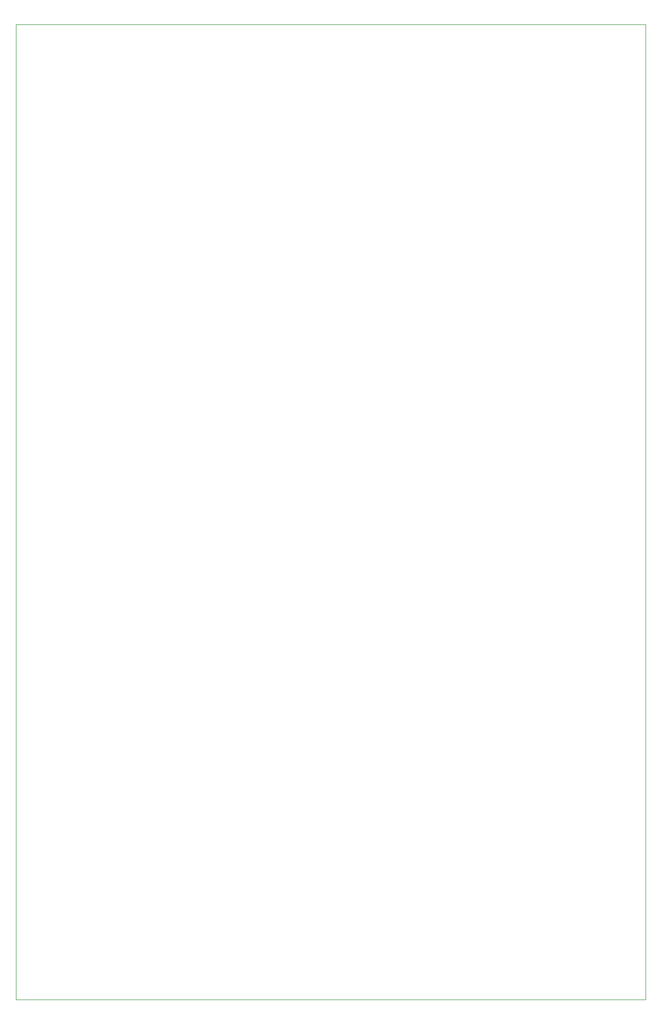
<source format=gbr>
%TF.GenerationSoftware,KiCad,Pcbnew,8.0.4*%
%TF.CreationDate,2024-12-01T21:10:47+01:00*%
%TF.ProjectId,OVN,4f564e2e-6b69-4636-9164-5f7063625858,rev?*%
%TF.SameCoordinates,Original*%
%TF.FileFunction,Profile,NP*%
%FSLAX46Y46*%
G04 Gerber Fmt 4.6, Leading zero omitted, Abs format (unit mm)*
G04 Created by KiCad (PCBNEW 8.0.4) date 2024-12-01 21:10:47*
%MOMM*%
%LPD*%
G01*
G04 APERTURE LIST*
%TA.AperFunction,Profile*%
%ADD10C,0.050000*%
%TD*%
G04 APERTURE END LIST*
D10*
X62500000Y-16500000D02*
X169500000Y-16500000D01*
X169500000Y-182000000D01*
X62500000Y-182000000D01*
X62500000Y-16500000D01*
M02*

</source>
